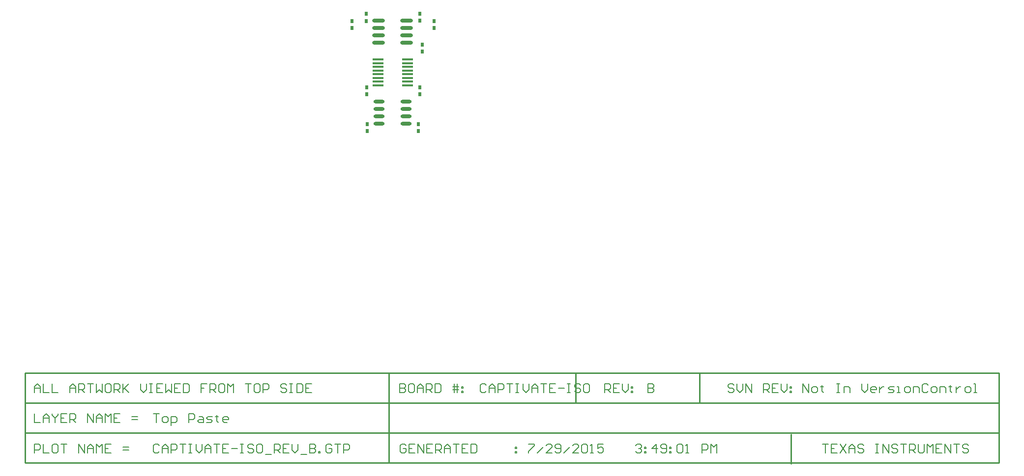
<source format=gtp>
%FSAX25Y25*%
%MOIN*%
G70*
G01*
G75*
G04 Layer_Color=9021481*
%ADD10R,0.02362X0.03150*%
%ADD11O,0.08661X0.02362*%
%ADD12O,0.07480X0.02362*%
%ADD13O,0.07677X0.01575*%
%ADD14C,0.01000*%
%ADD15C,0.02000*%
%ADD16C,0.01500*%
%ADD17C,0.00800*%
%ADD18C,0.05906*%
%ADD19R,0.05906X0.05906*%
%ADD20C,0.03400*%
%ADD21C,0.01575*%
%ADD22C,0.00984*%
%ADD23C,0.02362*%
%ADD24C,0.00700*%
%ADD25C,0.00787*%
G54D10*
X0317200Y0340262D02*
D03*
Y0335538D02*
D03*
X0309200Y0319538D02*
D03*
Y0324262D02*
D03*
X0307700Y0345262D02*
D03*
Y0340538D02*
D03*
X0261800Y0340262D02*
D03*
Y0335538D02*
D03*
X0271200Y0340338D02*
D03*
Y0345062D02*
D03*
X0307700Y0290538D02*
D03*
Y0295262D02*
D03*
X0271700Y0290538D02*
D03*
Y0295262D02*
D03*
X0272000Y0270162D02*
D03*
Y0265438D02*
D03*
X0306700Y0265538D02*
D03*
Y0270262D02*
D03*
G54D11*
X0279751Y0340400D02*
D03*
Y0335400D02*
D03*
Y0330400D02*
D03*
Y0325400D02*
D03*
X0298649Y0340400D02*
D03*
Y0335400D02*
D03*
Y0330400D02*
D03*
Y0325400D02*
D03*
G54D12*
X0279948Y0285400D02*
D03*
Y0280400D02*
D03*
Y0275400D02*
D03*
Y0270400D02*
D03*
X0298452Y0285400D02*
D03*
Y0280400D02*
D03*
Y0275400D02*
D03*
Y0270400D02*
D03*
G54D13*
X0279259Y0314150D02*
D03*
Y0311650D02*
D03*
Y0309150D02*
D03*
Y0306650D02*
D03*
Y0304150D02*
D03*
Y0301650D02*
D03*
Y0299150D02*
D03*
Y0296650D02*
D03*
X0299141Y0314150D02*
D03*
Y0311650D02*
D03*
Y0309150D02*
D03*
Y0306650D02*
D03*
Y0304150D02*
D03*
Y0301650D02*
D03*
Y0299150D02*
D03*
Y0296650D02*
D03*
G54D14*
X0559400Y0039400D02*
Y0059683D01*
X0440500Y0040050D02*
X0700200D01*
Y0101050D01*
X0286500Y0040050D02*
Y0101050D01*
X0040000Y0040050D02*
Y0101050D01*
X0040050Y0040050D02*
X0197600D01*
X0040050D02*
Y0101050D01*
Y0101050D02*
X0700200D01*
X0040000Y0040050D02*
X0440500D01*
X0040000Y0060383D02*
X0700000D01*
X0040000Y0080717D02*
X0700200D01*
X0413200D02*
Y0101050D01*
X0497200Y0080717D02*
Y0101050D01*
G54D17*
X0126900Y0073549D02*
X0130899D01*
X0128899D01*
Y0067551D01*
X0133898D02*
X0135897D01*
X0136897Y0068550D01*
Y0070550D01*
X0135897Y0071549D01*
X0133898D01*
X0132898Y0070550D01*
Y0068550D01*
X0133898Y0067551D01*
X0138896Y0065551D02*
Y0071549D01*
X0141895D01*
X0142895Y0070550D01*
Y0068550D01*
X0141895Y0067551D01*
X0138896D01*
X0150892D02*
Y0073549D01*
X0153891D01*
X0154891Y0072549D01*
Y0070550D01*
X0153891Y0069550D01*
X0150892D01*
X0157890Y0071549D02*
X0159889D01*
X0160889Y0070550D01*
Y0067551D01*
X0157890D01*
X0156890Y0068550D01*
X0157890Y0069550D01*
X0160889D01*
X0162888Y0067551D02*
X0165887D01*
X0166887Y0068550D01*
X0165887Y0069550D01*
X0163888D01*
X0162888Y0070550D01*
X0163888Y0071549D01*
X0166887D01*
X0169886Y0072549D02*
Y0071549D01*
X0168886D01*
X0170886D01*
X0169886D01*
Y0068550D01*
X0170886Y0067551D01*
X0176884D02*
X0174884D01*
X0173885Y0068550D01*
Y0070550D01*
X0174884Y0071549D01*
X0176884D01*
X0177884Y0070550D01*
Y0069550D01*
X0173885D01*
X0580500Y0052965D02*
X0584499D01*
X0582499D01*
Y0046966D01*
X0590497Y0052965D02*
X0586498D01*
Y0046966D01*
X0590497D01*
X0586498Y0049966D02*
X0588497D01*
X0592496Y0052965D02*
X0596495Y0046966D01*
Y0052965D02*
X0592496Y0046966D01*
X0598494D02*
Y0050965D01*
X0600493Y0052965D01*
X0602493Y0050965D01*
Y0046966D01*
Y0049966D01*
X0598494D01*
X0608491Y0051965D02*
X0607491Y0052965D01*
X0605492D01*
X0604492Y0051965D01*
Y0050965D01*
X0605492Y0049966D01*
X0607491D01*
X0608491Y0048966D01*
Y0047966D01*
X0607491Y0046966D01*
X0605492D01*
X0604492Y0047966D01*
X0616488Y0052965D02*
X0618488D01*
X0617488D01*
Y0046966D01*
X0616488D01*
X0618488D01*
X0621487D02*
Y0052965D01*
X0625486Y0046966D01*
Y0052965D01*
X0631484Y0051965D02*
X0630484Y0052965D01*
X0628484D01*
X0627485Y0051965D01*
Y0050965D01*
X0628484Y0049966D01*
X0630484D01*
X0631484Y0048966D01*
Y0047966D01*
X0630484Y0046966D01*
X0628484D01*
X0627485Y0047966D01*
X0633483Y0052965D02*
X0637482D01*
X0635482D01*
Y0046966D01*
X0639481D02*
Y0052965D01*
X0642480D01*
X0643480Y0051965D01*
Y0049966D01*
X0642480Y0048966D01*
X0639481D01*
X0641480D02*
X0643480Y0046966D01*
X0645479Y0052965D02*
Y0047966D01*
X0646479Y0046966D01*
X0648478D01*
X0649478Y0047966D01*
Y0052965D01*
X0651477Y0046966D02*
Y0052965D01*
X0653476Y0050965D01*
X0655476Y0052965D01*
Y0046966D01*
X0661474Y0052965D02*
X0657475D01*
Y0046966D01*
X0661474D01*
X0657475Y0049966D02*
X0659474D01*
X0663473Y0046966D02*
Y0052965D01*
X0667472Y0046966D01*
Y0052965D01*
X0669471D02*
X0673470D01*
X0671471D01*
Y0046966D01*
X0679468Y0051965D02*
X0678468Y0052965D01*
X0676469D01*
X0675469Y0051965D01*
Y0050965D01*
X0676469Y0049966D01*
X0678468D01*
X0679468Y0048966D01*
Y0047966D01*
X0678468Y0046966D01*
X0676469D01*
X0675469Y0047966D01*
X0454050Y0051965D02*
X0455050Y0052965D01*
X0457049D01*
X0458049Y0051965D01*
Y0050965D01*
X0457049Y0049966D01*
X0456049D01*
X0457049D01*
X0458049Y0048966D01*
Y0047966D01*
X0457049Y0046966D01*
X0455050D01*
X0454050Y0047966D01*
X0460048Y0050965D02*
X0461048D01*
Y0049966D01*
X0460048D01*
Y0050965D01*
Y0047966D02*
X0461048D01*
Y0046966D01*
X0460048D01*
Y0047966D01*
X0468046Y0046966D02*
Y0052965D01*
X0465046Y0049966D01*
X0469045D01*
X0471044Y0047966D02*
X0472044Y0046966D01*
X0474044D01*
X0475043Y0047966D01*
Y0051965D01*
X0474044Y0052965D01*
X0472044D01*
X0471044Y0051965D01*
Y0050965D01*
X0472044Y0049966D01*
X0475043D01*
X0477043Y0050965D02*
X0478042D01*
Y0049966D01*
X0477043D01*
Y0050965D01*
Y0047966D02*
X0478042D01*
Y0046966D01*
X0477043D01*
Y0047966D01*
X0482041Y0051965D02*
X0483041Y0052965D01*
X0485040D01*
X0486040Y0051965D01*
Y0047966D01*
X0485040Y0046966D01*
X0483041D01*
X0482041Y0047966D01*
Y0051965D01*
X0488039Y0046966D02*
X0490038D01*
X0489039D01*
Y0052965D01*
X0488039Y0051965D01*
X0499035Y0046966D02*
Y0052965D01*
X0502035D01*
X0503034Y0051965D01*
Y0049966D01*
X0502035Y0048966D01*
X0499035D01*
X0505033Y0046966D02*
Y0052965D01*
X0507033Y0050965D01*
X0509032Y0052965D01*
Y0046966D01*
X0046350D02*
Y0052965D01*
X0049349D01*
X0050349Y0051965D01*
Y0049966D01*
X0049349Y0048966D01*
X0046350D01*
X0052348Y0052965D02*
Y0046966D01*
X0056347D01*
X0061345Y0052965D02*
X0059346D01*
X0058346Y0051965D01*
Y0047966D01*
X0059346Y0046966D01*
X0061345D01*
X0062345Y0047966D01*
Y0051965D01*
X0061345Y0052965D01*
X0064344D02*
X0068343D01*
X0066343D01*
Y0046966D01*
X0076340D02*
Y0052965D01*
X0080339Y0046966D01*
Y0052965D01*
X0082338Y0046966D02*
Y0050965D01*
X0084338Y0052965D01*
X0086337Y0050965D01*
Y0046966D01*
Y0049966D01*
X0082338D01*
X0088336Y0046966D02*
Y0052965D01*
X0090336Y0050965D01*
X0092335Y0052965D01*
Y0046966D01*
X0098333Y0052965D02*
X0094335D01*
Y0046966D01*
X0098333D01*
X0094335Y0049966D02*
X0096334D01*
X0106331Y0048966D02*
X0110329D01*
X0106331Y0050965D02*
X0110329D01*
X0046350Y0073549D02*
Y0067551D01*
X0050349D01*
X0052348D02*
Y0071549D01*
X0054347Y0073549D01*
X0056347Y0071549D01*
Y0067551D01*
Y0070550D01*
X0052348D01*
X0058346Y0073549D02*
Y0072549D01*
X0060346Y0070550D01*
X0062345Y0072549D01*
Y0073549D01*
X0060346Y0070550D02*
Y0067551D01*
X0068343Y0073549D02*
X0064344D01*
Y0067551D01*
X0068343D01*
X0064344Y0070550D02*
X0066343D01*
X0070342Y0067551D02*
Y0073549D01*
X0073341D01*
X0074341Y0072549D01*
Y0070550D01*
X0073341Y0069550D01*
X0070342D01*
X0072342D02*
X0074341Y0067551D01*
X0082338D02*
Y0073549D01*
X0086337Y0067551D01*
Y0073549D01*
X0088336Y0067551D02*
Y0071549D01*
X0090336Y0073549D01*
X0092335Y0071549D01*
Y0067551D01*
Y0070550D01*
X0088336D01*
X0094335Y0067551D02*
Y0073549D01*
X0096334Y0071549D01*
X0098333Y0073549D01*
Y0067551D01*
X0104331Y0073549D02*
X0100332D01*
Y0067551D01*
X0104331D01*
X0100332Y0070550D02*
X0102332D01*
X0112329Y0069550D02*
X0116327D01*
X0112329Y0071549D02*
X0116327D01*
X0294000Y0093831D02*
Y0087833D01*
X0296999D01*
X0297999Y0088833D01*
Y0089833D01*
X0296999Y0090832D01*
X0294000D01*
X0296999D01*
X0297999Y0091832D01*
Y0092832D01*
X0296999Y0093831D01*
X0294000D01*
X0302997D02*
X0300998D01*
X0299998Y0092832D01*
Y0088833D01*
X0300998Y0087833D01*
X0302997D01*
X0303997Y0088833D01*
Y0092832D01*
X0302997Y0093831D01*
X0305996Y0087833D02*
Y0091832D01*
X0307996Y0093831D01*
X0309995Y0091832D01*
Y0087833D01*
Y0090832D01*
X0305996D01*
X0311994Y0087833D02*
Y0093831D01*
X0314993D01*
X0315993Y0092832D01*
Y0090832D01*
X0314993Y0089833D01*
X0311994D01*
X0313994D02*
X0315993Y0087833D01*
X0317992Y0093831D02*
Y0087833D01*
X0320991D01*
X0321991Y0088833D01*
Y0092832D01*
X0320991Y0093831D01*
X0317992D01*
X0330988Y0087833D02*
Y0093831D01*
X0332987D02*
Y0087833D01*
X0329988Y0091832D02*
X0332987D01*
X0333987D01*
X0329988Y0089833D02*
X0333987D01*
X0335986Y0091832D02*
X0336986D01*
Y0090832D01*
X0335986D01*
Y0091832D01*
Y0088833D02*
X0336986D01*
Y0087833D01*
X0335986D01*
Y0088833D01*
X0352549Y0092832D02*
X0351549Y0093831D01*
X0349550D01*
X0348550Y0092832D01*
Y0088833D01*
X0349550Y0087833D01*
X0351549D01*
X0352549Y0088833D01*
X0354548Y0087833D02*
Y0091832D01*
X0356547Y0093831D01*
X0358547Y0091832D01*
Y0087833D01*
Y0090832D01*
X0354548D01*
X0360546Y0087833D02*
Y0093831D01*
X0363545D01*
X0364545Y0092832D01*
Y0090832D01*
X0363545Y0089833D01*
X0360546D01*
X0366544Y0093831D02*
X0370543D01*
X0368544D01*
Y0087833D01*
X0372542Y0093831D02*
X0374542D01*
X0373542D01*
Y0087833D01*
X0372542D01*
X0374542D01*
X0377541Y0093831D02*
Y0089833D01*
X0379540Y0087833D01*
X0381539Y0089833D01*
Y0093831D01*
X0383539Y0087833D02*
Y0091832D01*
X0385538Y0093831D01*
X0387537Y0091832D01*
Y0087833D01*
Y0090832D01*
X0383539D01*
X0389537Y0093831D02*
X0393535D01*
X0391536D01*
Y0087833D01*
X0399534Y0093831D02*
X0395535D01*
Y0087833D01*
X0399534D01*
X0395535Y0090832D02*
X0397534D01*
X0401533D02*
X0405532D01*
X0407531Y0093831D02*
X0409530D01*
X0408531D01*
Y0087833D01*
X0407531D01*
X0409530D01*
X0416528Y0092832D02*
X0415528Y0093831D01*
X0413529D01*
X0412529Y0092832D01*
Y0091832D01*
X0413529Y0090832D01*
X0415528D01*
X0416528Y0089833D01*
Y0088833D01*
X0415528Y0087833D01*
X0413529D01*
X0412529Y0088833D01*
X0421526Y0093831D02*
X0419527D01*
X0418527Y0092832D01*
Y0088833D01*
X0419527Y0087833D01*
X0421526D01*
X0422526Y0088833D01*
Y0092832D01*
X0421526Y0093831D01*
X0462150D02*
Y0087833D01*
X0465149D01*
X0466149Y0088833D01*
Y0089833D01*
X0465149Y0090832D01*
X0462150D01*
X0465149D01*
X0466149Y0091832D01*
Y0092832D01*
X0465149Y0093831D01*
X0462150D01*
X0046350Y0087833D02*
Y0091832D01*
X0048349Y0093831D01*
X0050349Y0091832D01*
Y0087833D01*
Y0090832D01*
X0046350D01*
X0052348Y0093831D02*
Y0087833D01*
X0056347D01*
X0058346Y0093831D02*
Y0087833D01*
X0062345D01*
X0070342D02*
Y0091832D01*
X0072342Y0093831D01*
X0074341Y0091832D01*
Y0087833D01*
Y0090832D01*
X0070342D01*
X0076340Y0087833D02*
Y0093831D01*
X0079339D01*
X0080339Y0092832D01*
Y0090832D01*
X0079339Y0089833D01*
X0076340D01*
X0078340D02*
X0080339Y0087833D01*
X0082338Y0093831D02*
X0086337D01*
X0084338D01*
Y0087833D01*
X0088336Y0093831D02*
Y0087833D01*
X0090336Y0089833D01*
X0092335Y0087833D01*
Y0093831D01*
X0097334D02*
X0095334D01*
X0094335Y0092832D01*
Y0088833D01*
X0095334Y0087833D01*
X0097334D01*
X0098333Y0088833D01*
Y0092832D01*
X0097334Y0093831D01*
X0100332Y0087833D02*
Y0093831D01*
X0103332D01*
X0104331Y0092832D01*
Y0090832D01*
X0103332Y0089833D01*
X0100332D01*
X0102332D02*
X0104331Y0087833D01*
X0106331Y0093831D02*
Y0087833D01*
Y0089833D01*
X0110329Y0093831D01*
X0107330Y0090832D01*
X0110329Y0087833D01*
X0118327Y0093831D02*
Y0089833D01*
X0120326Y0087833D01*
X0122325Y0089833D01*
Y0093831D01*
X0124325D02*
X0126324D01*
X0125324D01*
Y0087833D01*
X0124325D01*
X0126324D01*
X0133322Y0093831D02*
X0129323D01*
Y0087833D01*
X0133322D01*
X0129323Y0090832D02*
X0131323D01*
X0135321Y0093831D02*
Y0087833D01*
X0137321Y0089833D01*
X0139320Y0087833D01*
Y0093831D01*
X0145318D02*
X0141319D01*
Y0087833D01*
X0145318D01*
X0141319Y0090832D02*
X0143319D01*
X0147317Y0093831D02*
Y0087833D01*
X0150316D01*
X0151316Y0088833D01*
Y0092832D01*
X0150316Y0093831D01*
X0147317D01*
X0163312D02*
X0159313D01*
Y0090832D01*
X0161313D01*
X0159313D01*
Y0087833D01*
X0165312D02*
Y0093831D01*
X0168310D01*
X0169310Y0092832D01*
Y0090832D01*
X0168310Y0089833D01*
X0165312D01*
X0167311D02*
X0169310Y0087833D01*
X0174309Y0093831D02*
X0172309D01*
X0171310Y0092832D01*
Y0088833D01*
X0172309Y0087833D01*
X0174309D01*
X0175308Y0088833D01*
Y0092832D01*
X0174309Y0093831D01*
X0177308Y0087833D02*
Y0093831D01*
X0179307Y0091832D01*
X0181306Y0093831D01*
Y0087833D01*
X0189304Y0093831D02*
X0193303D01*
X0191303D01*
Y0087833D01*
X0198301Y0093831D02*
X0196301D01*
X0195302Y0092832D01*
Y0088833D01*
X0196301Y0087833D01*
X0198301D01*
X0199301Y0088833D01*
Y0092832D01*
X0198301Y0093831D01*
X0201300Y0087833D02*
Y0093831D01*
X0204299D01*
X0205299Y0092832D01*
Y0090832D01*
X0204299Y0089833D01*
X0201300D01*
X0217295Y0092832D02*
X0216295Y0093831D01*
X0214296D01*
X0213296Y0092832D01*
Y0091832D01*
X0214296Y0090832D01*
X0216295D01*
X0217295Y0089833D01*
Y0088833D01*
X0216295Y0087833D01*
X0214296D01*
X0213296Y0088833D01*
X0219294Y0093831D02*
X0221293D01*
X0220294D01*
Y0087833D01*
X0219294D01*
X0221293D01*
X0224292Y0093831D02*
Y0087833D01*
X0227291D01*
X0228291Y0088833D01*
Y0092832D01*
X0227291Y0093831D01*
X0224292D01*
X0234289D02*
X0230291D01*
Y0087833D01*
X0234289D01*
X0230291Y0090832D02*
X0232290D01*
X0298199Y0051965D02*
X0297199Y0052965D01*
X0295200D01*
X0294200Y0051965D01*
Y0047966D01*
X0295200Y0046966D01*
X0297199D01*
X0298199Y0047966D01*
Y0049966D01*
X0296199D01*
X0304197Y0052965D02*
X0300198D01*
Y0046966D01*
X0304197D01*
X0300198Y0049966D02*
X0302197D01*
X0306196Y0046966D02*
Y0052965D01*
X0310195Y0046966D01*
Y0052965D01*
X0316193D02*
X0312194D01*
Y0046966D01*
X0316193D01*
X0312194Y0049966D02*
X0314194D01*
X0318192Y0046966D02*
Y0052965D01*
X0321191D01*
X0322191Y0051965D01*
Y0049966D01*
X0321191Y0048966D01*
X0318192D01*
X0320192D02*
X0322191Y0046966D01*
X0324190D02*
Y0050965D01*
X0326190Y0052965D01*
X0328189Y0050965D01*
Y0046966D01*
Y0049966D01*
X0324190D01*
X0330188Y0052965D02*
X0334187D01*
X0332188D01*
Y0046966D01*
X0340185Y0052965D02*
X0336186D01*
Y0046966D01*
X0340185D01*
X0336186Y0049966D02*
X0338186D01*
X0342184Y0052965D02*
Y0046966D01*
X0345183D01*
X0346183Y0047966D01*
Y0051965D01*
X0345183Y0052965D01*
X0342184D01*
X0372175Y0050965D02*
X0373175D01*
Y0049966D01*
X0372175D01*
Y0050965D01*
Y0047966D02*
X0373175D01*
Y0046966D01*
X0372175D01*
Y0047966D01*
X0381150Y0052965D02*
X0385149D01*
Y0051965D01*
X0381150Y0047966D01*
Y0046966D01*
X0387148D02*
X0391147Y0050965D01*
X0397145Y0046966D02*
X0393146D01*
X0397145Y0050965D01*
Y0051965D01*
X0396145Y0052965D01*
X0394146D01*
X0393146Y0051965D01*
X0399144Y0047966D02*
X0400144Y0046966D01*
X0402143D01*
X0403143Y0047966D01*
Y0051965D01*
X0402143Y0052965D01*
X0400144D01*
X0399144Y0051965D01*
Y0050965D01*
X0400144Y0049966D01*
X0403143D01*
X0405142Y0046966D02*
X0409141Y0050965D01*
X0415139Y0046966D02*
X0411140D01*
X0415139Y0050965D01*
Y0051965D01*
X0414139Y0052965D01*
X0412140D01*
X0411140Y0051965D01*
X0417138D02*
X0418138Y0052965D01*
X0420137D01*
X0421137Y0051965D01*
Y0047966D01*
X0420137Y0046966D01*
X0418138D01*
X0417138Y0047966D01*
Y0051965D01*
X0423136Y0046966D02*
X0425136D01*
X0424136D01*
Y0052965D01*
X0423136Y0051965D01*
X0432133Y0052965D02*
X0428135D01*
Y0049966D01*
X0430134Y0050965D01*
X0431134D01*
X0432133Y0049966D01*
Y0047966D01*
X0431134Y0046966D01*
X0429135D01*
X0428135Y0047966D01*
X0130899Y0051965D02*
X0129899Y0052965D01*
X0127900D01*
X0126900Y0051965D01*
Y0047966D01*
X0127900Y0046966D01*
X0129899D01*
X0130899Y0047966D01*
X0132898Y0046966D02*
Y0050965D01*
X0134897Y0052965D01*
X0136897Y0050965D01*
Y0046966D01*
Y0049966D01*
X0132898D01*
X0138896Y0046966D02*
Y0052965D01*
X0141895D01*
X0142895Y0051965D01*
Y0049966D01*
X0141895Y0048966D01*
X0138896D01*
X0144894Y0052965D02*
X0148893D01*
X0146894D01*
Y0046966D01*
X0150892Y0052965D02*
X0152892D01*
X0151892D01*
Y0046966D01*
X0150892D01*
X0152892D01*
X0155891Y0052965D02*
Y0048966D01*
X0157890Y0046966D01*
X0159889Y0048966D01*
Y0052965D01*
X0161889Y0046966D02*
Y0050965D01*
X0163888Y0052965D01*
X0165887Y0050965D01*
Y0046966D01*
Y0049966D01*
X0161889D01*
X0167887Y0052965D02*
X0171885D01*
X0169886D01*
Y0046966D01*
X0177884Y0052965D02*
X0173885D01*
Y0046966D01*
X0177884D01*
X0173885Y0049966D02*
X0175884D01*
X0179883D02*
X0183882D01*
X0185881Y0052965D02*
X0187880D01*
X0186881D01*
Y0046966D01*
X0185881D01*
X0187880D01*
X0194878Y0051965D02*
X0193878Y0052965D01*
X0191879D01*
X0190879Y0051965D01*
Y0050965D01*
X0191879Y0049966D01*
X0193878D01*
X0194878Y0048966D01*
Y0047966D01*
X0193878Y0046966D01*
X0191879D01*
X0190879Y0047966D01*
X0199876Y0052965D02*
X0197877D01*
X0196877Y0051965D01*
Y0047966D01*
X0197877Y0046966D01*
X0199876D01*
X0200876Y0047966D01*
Y0051965D01*
X0199876Y0052965D01*
X0202875Y0045967D02*
X0206874D01*
X0208874Y0046966D02*
Y0052965D01*
X0211873D01*
X0212872Y0051965D01*
Y0049966D01*
X0211873Y0048966D01*
X0208874D01*
X0210873D02*
X0212872Y0046966D01*
X0218870Y0052965D02*
X0214872D01*
Y0046966D01*
X0218870D01*
X0214872Y0049966D02*
X0216871D01*
X0220870Y0052965D02*
Y0048966D01*
X0222869Y0046966D01*
X0224868Y0048966D01*
Y0052965D01*
X0226868Y0045967D02*
X0230866D01*
X0232866Y0052965D02*
Y0046966D01*
X0235865D01*
X0236864Y0047966D01*
Y0048966D01*
X0235865Y0049966D01*
X0232866D01*
X0235865D01*
X0236864Y0050965D01*
Y0051965D01*
X0235865Y0052965D01*
X0232866D01*
X0238864Y0046966D02*
Y0047966D01*
X0239863D01*
Y0046966D01*
X0238864D01*
X0247861Y0051965D02*
X0246861Y0052965D01*
X0244862D01*
X0243862Y0051965D01*
Y0047966D01*
X0244862Y0046966D01*
X0246861D01*
X0247861Y0047966D01*
Y0049966D01*
X0245862D01*
X0249860Y0052965D02*
X0253859D01*
X0251860D01*
Y0046966D01*
X0255858D02*
Y0052965D01*
X0258857D01*
X0259857Y0051965D01*
Y0049966D01*
X0258857Y0048966D01*
X0255858D01*
X0433000Y0087833D02*
Y0093831D01*
X0435999D01*
X0436999Y0092832D01*
Y0090832D01*
X0435999Y0089833D01*
X0433000D01*
X0434999D02*
X0436999Y0087833D01*
X0442997Y0093831D02*
X0438998D01*
Y0087833D01*
X0442997D01*
X0438998Y0090832D02*
X0440997D01*
X0444996Y0093831D02*
Y0089833D01*
X0446995Y0087833D01*
X0448995Y0089833D01*
Y0093831D01*
X0450994Y0091832D02*
X0451994D01*
Y0090832D01*
X0450994D01*
Y0091832D01*
Y0088833D02*
X0451994D01*
Y0087833D01*
X0450994D01*
Y0088833D01*
X0520799Y0092832D02*
X0519799Y0093831D01*
X0517800D01*
X0516800Y0092832D01*
Y0091832D01*
X0517800Y0090832D01*
X0519799D01*
X0520799Y0089833D01*
Y0088833D01*
X0519799Y0087833D01*
X0517800D01*
X0516800Y0088833D01*
X0522798Y0093831D02*
Y0089833D01*
X0524797Y0087833D01*
X0526797Y0089833D01*
Y0093831D01*
X0528796Y0087833D02*
Y0093831D01*
X0532795Y0087833D01*
Y0093831D01*
X0540792Y0087833D02*
Y0093831D01*
X0543791D01*
X0544791Y0092832D01*
Y0090832D01*
X0543791Y0089833D01*
X0540792D01*
X0542792D02*
X0544791Y0087833D01*
X0550789Y0093831D02*
X0546790D01*
Y0087833D01*
X0550789D01*
X0546790Y0090832D02*
X0548790D01*
X0552788Y0093831D02*
Y0089833D01*
X0554788Y0087833D01*
X0556787Y0089833D01*
Y0093831D01*
X0558786Y0091832D02*
X0559786D01*
Y0090832D01*
X0558786D01*
Y0091832D01*
Y0088833D02*
X0559786D01*
Y0087833D01*
X0558786D01*
Y0088833D01*
X0567400Y0087833D02*
Y0093831D01*
X0571399Y0087833D01*
Y0093831D01*
X0574398Y0087833D02*
X0576397D01*
X0577397Y0088833D01*
Y0090832D01*
X0576397Y0091832D01*
X0574398D01*
X0573398Y0090832D01*
Y0088833D01*
X0574398Y0087833D01*
X0580396Y0092832D02*
Y0091832D01*
X0579396D01*
X0581395D01*
X0580396D01*
Y0088833D01*
X0581395Y0087833D01*
X0590393Y0093831D02*
X0592392D01*
X0591392D01*
Y0087833D01*
X0590393D01*
X0592392D01*
X0595391D02*
Y0091832D01*
X0598390D01*
X0599390Y0090832D01*
Y0087833D01*
X0607387Y0093831D02*
Y0089833D01*
X0609386Y0087833D01*
X0611386Y0089833D01*
Y0093831D01*
X0616384Y0087833D02*
X0614385D01*
X0613385Y0088833D01*
Y0090832D01*
X0614385Y0091832D01*
X0616384D01*
X0617384Y0090832D01*
Y0089833D01*
X0613385D01*
X0619383Y0091832D02*
Y0087833D01*
Y0089833D01*
X0620383Y0090832D01*
X0621383Y0091832D01*
X0622382D01*
X0625381Y0087833D02*
X0628380D01*
X0629380Y0088833D01*
X0628380Y0089833D01*
X0626381D01*
X0625381Y0090832D01*
X0626381Y0091832D01*
X0629380D01*
X0631379Y0087833D02*
X0633379D01*
X0632379D01*
Y0091832D01*
X0631379D01*
X0637377Y0087833D02*
X0639377D01*
X0640376Y0088833D01*
Y0090832D01*
X0639377Y0091832D01*
X0637377D01*
X0636378Y0090832D01*
Y0088833D01*
X0637377Y0087833D01*
X0642376D02*
Y0091832D01*
X0645375D01*
X0646374Y0090832D01*
Y0087833D01*
X0652373Y0092832D02*
X0651373Y0093831D01*
X0649373D01*
X0648374Y0092832D01*
Y0088833D01*
X0649373Y0087833D01*
X0651373D01*
X0652373Y0088833D01*
X0655372Y0087833D02*
X0657371D01*
X0658371Y0088833D01*
Y0090832D01*
X0657371Y0091832D01*
X0655372D01*
X0654372Y0090832D01*
Y0088833D01*
X0655372Y0087833D01*
X0660370D02*
Y0091832D01*
X0663369D01*
X0664369Y0090832D01*
Y0087833D01*
X0667368Y0092832D02*
Y0091832D01*
X0666368D01*
X0668367D01*
X0667368D01*
Y0088833D01*
X0668367Y0087833D01*
X0671366Y0091832D02*
Y0087833D01*
Y0089833D01*
X0672366Y0090832D01*
X0673366Y0091832D01*
X0674365D01*
X0678364Y0087833D02*
X0680364D01*
X0681363Y0088833D01*
Y0090832D01*
X0680364Y0091832D01*
X0678364D01*
X0677364Y0090832D01*
Y0088833D01*
X0678364Y0087833D01*
X0683362D02*
X0685362D01*
X0684362D01*
Y0093831D01*
X0683362D01*
M02*

</source>
